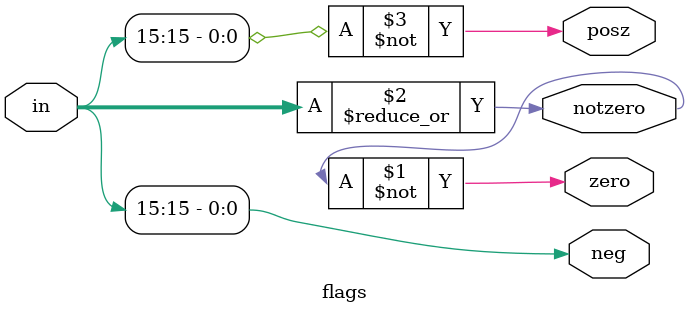
<source format=v>
module flags(
            //Input
            in,
            //Output
            zero, notzero, neg, posz
            );
  
  input [15:0] in;
  
  output zero, notzero, neg, posz;
  
  assign zero = ~notzero;
  assign notzero = |in;
  assign neg = in[15];
  assign posz = ~neg;
  
endmodule
</source>
